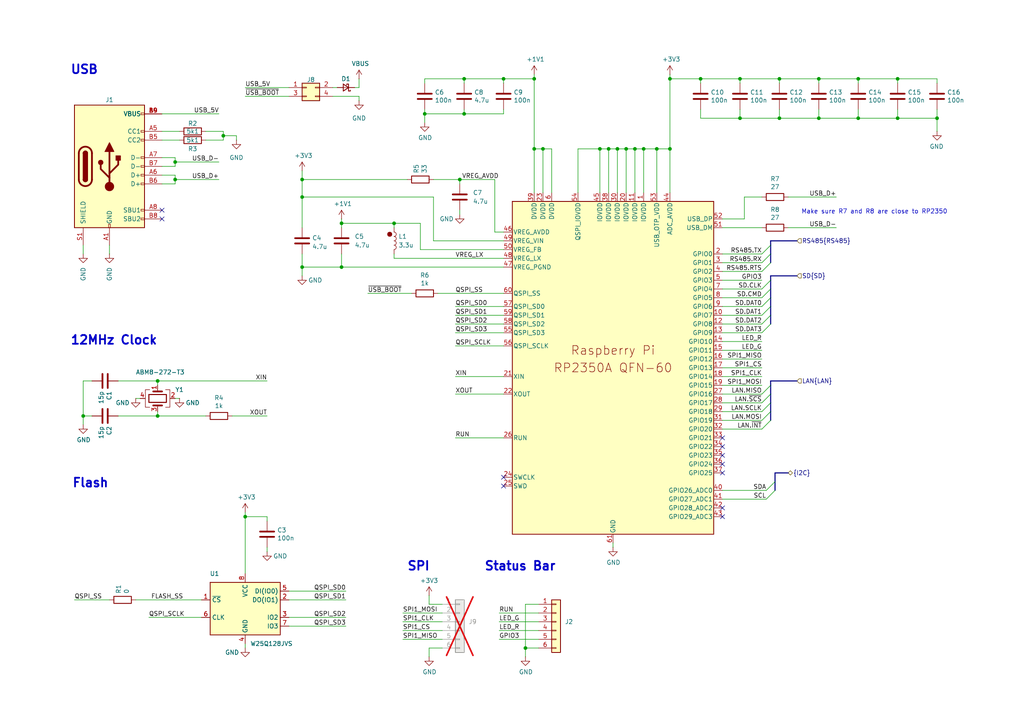
<source format=kicad_sch>
(kicad_sch (version 20250114) (generator "eeschema") (generator_version "9.0")
  (paper "A4")
  (title_block (title "AuraMon") (rev "v0.1"))
  (circle (center 113.03 67.945) (radius 0.635) (stroke (width 0) (color 132 0 0 1)) (fill (type color) (color 132 0 0 1)))
  (text "Status Bar" (at 150.876 164.338 0) (effects (font (size 2.54 2.54) (thickness 0.508) (bold yes))))
  (text "USB" (at 20.32 20.32 0) (effects (font (size 2.54 2.54) (thickness 0.508) (bold yes)) (justify left)))
  (text "Make sure R7 and R8 are close to RP2350\n" (at 232.41 62.23 0) (effects (font (size 1.27 1.27)) (justify left bottom)))
  (text "SPI" (at 121.412 164.338 0) (effects (font (size 2.54 2.54) (thickness 0.508) (bold yes))))
  (text "12MHz Clock" (at 20.32 98.806 0) (effects (font (size 2.54 2.54) (thickness 0.508) (bold yes)) (justify left)))
  (text "Flash\n" (at 20.828 140.208 0) (effects (font (size 2.54 2.54) (thickness 0.508) (bold yes)) (justify left)))
  (junction (at 134.62 22.86))
  (junction (at 181.61 43.18))
  (junction (at 203.2 22.86))
  (junction (at 152.4 187.96))
  (junction (at 50.8 46.99))
  (junction (at 226.06 22.86))
  (junction (at 134.62 33.02))
  (junction (at 114.3 64.77))
  (junction (at 87.63 57.15))
  (junction (at 248.92 22.86))
  (junction (at 71.12 149.86))
  (junction (at 237.49 34.29))
  (junction (at 186.69 43.18))
  (junction (at 45.72 120.65))
  (junction (at 64.77 39.37))
  (junction (at 248.92 34.29))
  (junction (at 173.99 43.18))
  (junction (at 179.07 43.18))
  (junction (at 133.35 52.07))
  (junction (at 45.72 110.49))
  (junction (at 99.06 77.47))
  (junction (at 176.53 43.18))
  (junction (at 123.19 33.02))
  (junction (at 214.63 34.29))
  (junction (at 50.8 52.07))
  (junction (at 184.15 43.18))
  (junction (at 237.49 22.86))
  (junction (at 260.35 22.86))
  (junction (at 271.78 34.29))
  (junction (at 87.63 77.47))
  (junction (at 87.63 52.07))
  (junction (at 154.94 43.18))
  (junction (at 154.94 22.86))
  (junction (at 194.31 43.18))
  (junction (at 214.63 22.86))
  (junction (at 194.31 22.86))
  (junction (at 146.05 22.86))
  (junction (at 260.35 34.29))
  (junction (at 226.06 34.29))
  (junction (at 157.48 43.18))
  (junction (at 99.06 64.77))
  (junction (at 24.13 120.65))
  (junction (at 190.5 43.18))
  (no_connect (at 209.55 132.08))
  (no_connect (at 209.55 149.86))
  (no_connect (at 209.55 137.16))
  (no_connect (at 209.55 147.32))
  (no_connect (at 46.99 63.5))
  (no_connect (at 209.55 134.62))
  (no_connect (at 146.05 140.97))
  (no_connect (at 209.55 127))
  (no_connect (at 146.05 138.43))
  (no_connect (at 209.55 129.54))
  (no_connect (at 46.99 60.96))
  (bus_entry (at 223.52 119.38) (size -2.54 2.54))
  (bus_entry (at 223.52 93.98) (size -2.54 2.54))
  (bus_entry (at 223.52 81.28) (size -2.54 2.54))
  (bus_entry (at 223.52 116.84) (size -2.54 2.54))
  (bus_entry (at 223.52 76.2) (size -2.54 2.54))
  (bus_entry (at 223.52 121.92) (size -2.54 2.54))
  (bus_entry (at 223.52 86.36) (size -2.54 2.54))
  (bus_entry (at 223.52 114.3) (size -2.54 2.54))
  (bus_entry (at 223.52 71.12) (size -2.54 2.54))
  (bus_entry (at 223.52 83.82) (size -2.54 2.54))
  (bus_entry (at 224.79 142.24) (size -2.54 2.54) (stroke (width 0.1524)))
  (bus_entry (at 223.52 91.44) (size -2.54 2.54))
  (bus_entry (at 223.52 73.66) (size -2.54 2.54))
  (bus_entry (at 223.52 111.76) (size -2.54 2.54))
  (bus_entry (at 223.52 88.9) (size -2.54 2.54))
  (bus_entry (at 224.79 139.7) (size -2.54 2.54) (stroke (width 0.1524)))
  (wire (pts (xy 99.06 77.47) (xy 146.05 77.47)))
  (wire (pts (xy 87.63 77.47) (xy 99.06 77.47)))
  (wire (pts (xy 83.82 25.4) (xy 71.12 25.4)))
  (wire (pts (xy 209.55 81.28) (xy 220.98 81.28)))
  (wire (pts (xy 209.55 66.04) (xy 220.98 66.04)))
  (wire (pts (xy 132.08 96.52) (xy 146.05 96.52)))
  (wire (pts (xy 173.99 43.18) (xy 176.53 43.18)))
  (wire (pts (xy 228.6 57.15) (xy 242.57 57.15)))
  (wire (pts (xy 156.21 185.42) (xy 144.78 185.42)))
  (wire (pts (xy 127 85.09) (xy 146.05 85.09)))
  (wire (pts (xy 220.98 124.46) (xy 209.55 124.46)))
  (wire (pts (xy 114.3 74.93) (xy 114.3 73.66)))
  (wire (pts (xy 156.21 182.88) (xy 144.78 182.88)))
  (wire (pts (xy 71.12 149.86) (xy 71.12 166.37)))
  (wire (pts (xy 176.53 43.18) (xy 179.07 43.18)))
  (wire (pts (xy 102.87 25.4) (xy 104.14 25.4)))
  (wire (pts (xy 124.46 187.96) (xy 124.46 190.5)))
  (wire (pts (xy 184.15 55.88) (xy 184.15 43.18)))
  (wire (pts (xy 157.48 43.18) (xy 154.94 43.18)))
  (wire (pts (xy 123.19 22.86) (xy 134.62 22.86)))
  (wire (pts (xy 99.06 63.5) (xy 99.06 64.77)))
  (wire (pts (xy 220.98 119.38) (xy 209.55 119.38)))
  (wire (pts (xy 50.8 48.26) (xy 50.8 46.99)))
  (wire (pts (xy 50.8 52.07) (xy 63.5 52.07)))
  (wire (pts (xy 184.15 43.18) (xy 186.69 43.18)))
  (wire (pts (xy 104.14 22.86) (xy 104.14 25.4)))
  (wire (pts (xy 203.2 22.86) (xy 214.63 22.86)))
  (wire (pts (xy 181.61 55.88) (xy 181.61 43.18)))
  (wire (pts (xy 271.78 24.13) (xy 271.78 22.86)))
  (wire (pts (xy 226.06 34.29) (xy 214.63 34.29)))
  (wire (pts (xy 24.13 120.65) (xy 24.13 123.19)))
  (wire (pts (xy 156.21 175.26) (xy 152.4 175.26)))
  (wire (pts (xy 114.3 74.93) (xy 146.05 74.93)))
  (wire (pts (xy 237.49 24.13) (xy 237.49 22.86)))
  (wire (pts (xy 59.69 40.64) (xy 64.77 40.64)))
  (wire (pts (xy 77.47 151.13) (xy 77.47 149.86)))
  (bus (pts (xy 223.52 88.9) (xy 223.52 91.44)))
  (wire (pts (xy 71.12 148.59) (xy 71.12 149.86)))
  (wire (pts (xy 132.08 109.22) (xy 146.05 109.22)))
  (wire (pts (xy 209.55 106.68) (xy 220.98 106.68)))
  (wire (pts (xy 214.63 22.86) (xy 226.06 22.86)))
  (wire (pts (xy 39.37 173.99) (xy 58.42 173.99)))
  (wire (pts (xy 24.13 110.49) (xy 24.13 120.65)))
  (wire (pts (xy 123.19 24.13) (xy 123.19 22.86)))
  (wire (pts (xy 146.05 72.39) (xy 121.92 72.39)))
  (wire (pts (xy 220.98 83.82) (xy 209.55 83.82)))
  (wire (pts (xy 99.06 66.04) (xy 99.06 64.77)))
  (wire (pts (xy 248.92 24.13) (xy 248.92 22.86)))
  (wire (pts (xy 190.5 55.88) (xy 190.5 43.18)))
  (wire (pts (xy 209.55 104.14) (xy 220.98 104.14)))
  (wire (pts (xy 220.98 88.9) (xy 209.55 88.9)))
  (wire (pts (xy 181.61 43.18) (xy 184.15 43.18)))
  (wire (pts (xy 26.67 110.49) (xy 24.13 110.49)))
  (wire (pts (xy 83.82 179.07) (xy 100.33 179.07)))
  (wire (pts (xy 209.55 142.24) (xy 222.25 142.24)))
  (wire (pts (xy 31.75 71.12) (xy 31.75 73.66)))
  (wire (pts (xy 179.07 55.88) (xy 179.07 43.18)))
  (wire (pts (xy 228.6 66.04) (xy 242.57 66.04)))
  (wire (pts (xy 226.06 22.86) (xy 237.49 22.86)))
  (wire (pts (xy 220.98 116.84) (xy 209.55 116.84)))
  (wire (pts (xy 46.99 53.34) (xy 50.8 53.34)))
  (wire (pts (xy 50.8 53.34) (xy 50.8 52.07)))
  (wire (pts (xy 220.98 96.52) (xy 209.55 96.52)))
  (wire (pts (xy 45.72 120.65) (xy 59.69 120.65)))
  (bus (pts (xy 223.52 114.3) (xy 223.52 116.84)))
  (wire (pts (xy 220.98 93.98) (xy 209.55 93.98)))
  (wire (pts (xy 128.27 185.42) (xy 116.84 185.42)))
  (wire (pts (xy 123.19 33.02) (xy 134.62 33.02)))
  (wire (pts (xy 220.98 114.3) (xy 209.55 114.3)))
  (wire (pts (xy 83.82 181.61) (xy 100.33 181.61)))
  (bus (pts (xy 228.6 137.16) (xy 224.79 137.16)))
  (wire (pts (xy 132.08 88.9) (xy 146.05 88.9)))
  (wire (pts (xy 209.55 144.78) (xy 222.25 144.78)))
  (wire (pts (xy 209.55 109.22) (xy 220.98 109.22)))
  (wire (pts (xy 134.62 33.02) (xy 146.05 33.02)))
  (wire (pts (xy 143.51 67.31) (xy 146.05 67.31)))
  (wire (pts (xy 248.92 34.29) (xy 237.49 34.29)))
  (wire (pts (xy 220.98 86.36) (xy 209.55 86.36)))
  (wire (pts (xy 146.05 22.86) (xy 154.94 22.86)))
  (wire (pts (xy 46.99 50.8) (xy 50.8 50.8)))
  (wire (pts (xy 146.05 100.33) (xy 132.08 100.33)))
  (wire (pts (xy 146.05 33.02) (xy 146.05 31.75)))
  (wire (pts (xy 190.5 43.18) (xy 194.31 43.18)))
  (wire (pts (xy 194.31 43.18) (xy 194.31 55.88)))
  (wire (pts (xy 220.98 76.2) (xy 209.55 76.2)))
  (wire (pts (xy 146.05 24.13) (xy 146.05 22.86)))
  (wire (pts (xy 177.8 157.48) (xy 177.8 158.75)))
  (wire (pts (xy 146.05 114.3) (xy 132.08 114.3)))
  (wire (pts (xy 96.52 27.94) (xy 104.14 27.94)))
  (wire (pts (xy 46.99 33.02) (xy 63.5 33.02)))
  (wire (pts (xy 154.94 21.59) (xy 154.94 22.86)))
  (wire (pts (xy 34.29 120.65) (xy 45.72 120.65)))
  (wire (pts (xy 26.67 120.65) (xy 24.13 120.65)))
  (wire (pts (xy 194.31 21.59) (xy 194.31 22.86)))
  (wire (pts (xy 64.77 39.37) (xy 68.58 39.37)))
  (wire (pts (xy 214.63 34.29) (xy 203.2 34.29)))
  (bus (pts (xy 223.52 71.12) (xy 223.52 73.66)))
  (wire (pts (xy 87.63 52.07) (xy 118.11 52.07)))
  (bus (pts (xy 223.52 110.49) (xy 231.14 110.49)))
  (wire (pts (xy 21.59 173.99) (xy 31.75 173.99)))
  (wire (pts (xy 83.82 171.45) (xy 100.33 171.45)))
  (wire (pts (xy 34.29 110.49) (xy 45.72 110.49)))
  (wire (pts (xy 43.18 179.07) (xy 58.42 179.07)))
  (bus (pts (xy 224.79 139.7) (xy 224.79 142.24)))
  (wire (pts (xy 121.92 72.39) (xy 121.92 64.77)))
  (wire (pts (xy 46.99 45.72) (xy 50.8 45.72)))
  (wire (pts (xy 167.64 43.18) (xy 173.99 43.18)))
  (wire (pts (xy 260.35 34.29) (xy 248.92 34.29)))
  (wire (pts (xy 260.35 24.13) (xy 260.35 22.86)))
  (wire (pts (xy 271.78 31.75) (xy 271.78 34.29)))
  (wire (pts (xy 248.92 31.75) (xy 248.92 34.29)))
  (wire (pts (xy 209.55 111.76) (xy 220.98 111.76)))
  (wire (pts (xy 39.37 115.57) (xy 40.64 115.57)))
  (wire (pts (xy 124.46 187.96) (xy 128.27 187.96)))
  (wire (pts (xy 179.07 43.18) (xy 181.61 43.18)))
  (wire (pts (xy 59.69 38.1) (xy 64.77 38.1)))
  (wire (pts (xy 248.92 22.86) (xy 260.35 22.86)))
  (wire (pts (xy 64.77 38.1) (xy 64.77 39.37)))
  (wire (pts (xy 143.51 52.07) (xy 143.51 67.31)))
  (wire (pts (xy 123.19 33.02) (xy 123.19 35.56)))
  (wire (pts (xy 116.84 177.8) (xy 128.27 177.8)))
  (wire (pts (xy 45.72 111.76) (xy 45.72 110.49)))
  (wire (pts (xy 121.92 64.77) (xy 114.3 64.77)))
  (wire (pts (xy 152.4 187.96) (xy 156.21 187.96)))
  (wire (pts (xy 128.27 182.88) (xy 116.84 182.88)))
  (wire (pts (xy 67.31 120.65) (xy 77.47 120.65)))
  (wire (pts (xy 186.69 43.18) (xy 186.69 55.88)))
  (wire (pts (xy 203.2 31.75) (xy 203.2 34.29)))
  (wire (pts (xy 24.13 71.12) (xy 24.13 73.66)))
  (wire (pts (xy 176.53 55.88) (xy 176.53 43.18)))
  (wire (pts (xy 209.55 99.06) (xy 220.98 99.06)))
  (bus (pts (xy 223.52 81.28) (xy 223.52 83.82)))
  (wire (pts (xy 226.06 24.13) (xy 226.06 22.86)))
  (wire (pts (xy 134.62 24.13) (xy 134.62 22.86)))
  (wire (pts (xy 152.4 175.26) (xy 152.4 187.96)))
  (wire (pts (xy 124.46 172.72) (xy 124.46 175.26)))
  (wire (pts (xy 154.94 22.86) (xy 154.94 43.18)))
  (wire (pts (xy 64.77 40.64) (xy 64.77 39.37)))
  (bus (pts (xy 223.52 116.84) (xy 223.52 119.38)))
  (wire (pts (xy 125.73 52.07) (xy 133.35 52.07)))
  (bus (pts (xy 223.52 119.38) (xy 223.52 121.92)))
  (wire (pts (xy 50.8 46.99) (xy 63.5 46.99)))
  (wire (pts (xy 119.38 85.09) (xy 106.68 85.09)))
  (wire (pts (xy 125.73 57.15) (xy 125.73 69.85)))
  (wire (pts (xy 124.46 175.26) (xy 128.27 175.26)))
  (wire (pts (xy 87.63 52.07) (xy 87.63 57.15)))
  (wire (pts (xy 83.82 27.94) (xy 71.12 27.94)))
  (wire (pts (xy 114.3 64.77) (xy 114.3 66.04)))
  (wire (pts (xy 132.08 93.98) (xy 146.05 93.98)))
  (wire (pts (xy 50.8 45.72) (xy 50.8 46.99)))
  (wire (pts (xy 260.35 22.86) (xy 271.78 22.86)))
  (wire (pts (xy 156.21 180.34) (xy 144.78 180.34)))
  (wire (pts (xy 99.06 64.77) (xy 114.3 64.77)))
  (wire (pts (xy 154.94 43.18) (xy 154.94 55.88)))
  (wire (pts (xy 237.49 34.29) (xy 226.06 34.29)))
  (wire (pts (xy 104.14 29.21) (xy 104.14 27.94)))
  (wire (pts (xy 220.98 73.66) (xy 209.55 73.66)))
  (wire (pts (xy 46.99 38.1) (xy 52.07 38.1)))
  (wire (pts (xy 46.99 40.64) (xy 52.07 40.64)))
  (bus (pts (xy 223.52 69.85) (xy 231.14 69.85)))
  (wire (pts (xy 45.72 110.49) (xy 77.47 110.49)))
  (wire (pts (xy 157.48 55.88) (xy 157.48 43.18)))
  (wire (pts (xy 186.69 43.18) (xy 190.5 43.18)))
  (wire (pts (xy 87.63 49.53) (xy 87.63 52.07)))
  (wire (pts (xy 133.35 52.07) (xy 143.51 52.07)))
  (wire (pts (xy 220.98 121.92) (xy 209.55 121.92)))
  (wire (pts (xy 203.2 24.13) (xy 203.2 22.86)))
  (wire (pts (xy 215.9 57.15) (xy 220.98 57.15)))
  (wire (pts (xy 50.8 50.8) (xy 50.8 52.07)))
  (wire (pts (xy 77.47 149.86) (xy 71.12 149.86)))
  (wire (pts (xy 99.06 73.66) (xy 99.06 77.47)))
  (bus (pts (xy 223.52 86.36) (xy 223.52 88.9)))
  (wire (pts (xy 209.55 101.6) (xy 220.98 101.6)))
  (wire (pts (xy 77.47 158.75) (xy 77.47 160.02)))
  (bus (pts (xy 223.52 110.49) (xy 223.52 111.76)))
  (wire (pts (xy 45.72 119.38) (xy 45.72 120.65)))
  (wire (pts (xy 68.58 40.64) (xy 68.58 39.37)))
  (wire (pts (xy 209.55 63.5) (xy 215.9 63.5)))
  (wire (pts (xy 215.9 57.15) (xy 215.9 63.5)))
  (wire (pts (xy 152.4 190.5) (xy 152.4 187.96)))
  (bus (pts (xy 223.52 83.82) (xy 223.52 86.36)))
  (bus (pts (xy 224.79 137.16) (xy 224.79 139.7)))
  (wire (pts (xy 71.12 186.69) (xy 71.12 187.96)))
  (wire (pts (xy 125.73 69.85) (xy 146.05 69.85)))
  (wire (pts (xy 87.63 73.66) (xy 87.63 77.47)))
  (bus (pts (xy 223.52 69.85) (xy 223.52 71.12)))
  (wire (pts (xy 132.08 91.44) (xy 146.05 91.44)))
  (wire (pts (xy 173.99 55.88) (xy 173.99 43.18)))
  (wire (pts (xy 194.31 22.86) (xy 203.2 22.86)))
  (wire (pts (xy 87.63 57.15) (xy 87.63 66.04)))
  (wire (pts (xy 271.78 34.29) (xy 271.78 38.1)))
  (wire (pts (xy 146.05 127) (xy 132.08 127)))
  (wire (pts (xy 144.78 177.8) (xy 156.21 177.8)))
  (wire (pts (xy 50.8 115.57) (xy 52.07 115.57)))
  (wire (pts (xy 260.35 31.75) (xy 260.35 34.29)))
  (wire (pts (xy 237.49 22.86) (xy 248.92 22.86)))
  (wire (pts (xy 134.62 31.75) (xy 134.62 33.02)))
  (wire (pts (xy 87.63 57.15) (xy 125.73 57.15)))
  (wire (pts (xy 214.63 24.13) (xy 214.63 22.86)))
  (wire (pts (xy 46.99 48.26) (xy 50.8 48.26)))
  (wire (pts (xy 83.82 173.99) (xy 100.33 173.99)))
  (wire (pts (xy 128.27 180.34) (xy 116.84 180.34)))
  (wire (pts (xy 226.06 31.75) (xy 226.06 34.29)))
  (wire (pts (xy 260.35 34.29) (xy 271.78 34.29)))
  (wire (pts (xy 167.64 55.88) (xy 167.64 43.18)))
  (wire (pts (xy 133.35 52.07) (xy 133.35 53.34)))
  (bus (pts (xy 223.52 111.76) (xy 223.52 114.3)))
  (bus (pts (xy 223.52 80.01) (xy 231.14 80.01)))
  (wire (pts (xy 133.35 62.23) (xy 133.35 60.96)))
  (wire (pts (xy 214.63 31.75) (xy 214.63 34.29)))
  (wire (pts (xy 87.63 77.47) (xy 87.63 80.01)))
  (wire (pts (xy 123.19 31.75) (xy 123.19 33.02)))
  (bus (pts (xy 223.52 91.44) (xy 223.52 93.98)))
  (bus (pts (xy 223.52 80.01) (xy 223.52 81.28)))
  (wire (pts (xy 209.55 78.74) (xy 220.98 78.74)))
  (wire (pts (xy 237.49 31.75) (xy 237.49 34.29)))
  (wire (pts (xy 194.31 22.86) (xy 194.31 43.18)))
  (wire (pts (xy 157.48 43.18) (xy 160.02 43.18)))
  (wire (pts (xy 96.52 25.4) (xy 97.79 25.4)))
  (bus (pts (xy 223.52 73.66) (xy 223.52 76.2)))
  (wire (pts (xy 220.98 91.44) (xy 209.55 91.44)))
  (wire (pts (xy 134.62 22.86) (xy 146.05 22.86)))
  (wire (pts (xy 160.02 43.18) (xy 160.02 55.88)))
  (label "USB_D+" (at 242.57 57.15 180))
  (label "SD.CLK" (at 220.98 83.82 180))
  (label "SDA" (at 222.25 142.24 180))
  (label "LED_G" (at 220.98 101.6 180))
  (label "QSPI_SD1" (at 100.33 173.99 180))
  (label "USB_5V" (at 63.5 33.02 180))
  (label "SPI1_MISO" (at 116.84 185.42 0))
  (label "QSPI_SS" (at 132.08 85.09 0))
  (label "SPI1_CLK" (at 116.84 180.34 0))
  (label "USB_D-" (at 242.57 66.04 180))
  (label "LED_G" (at 144.78 180.34 0))
  (label "RS485.RX" (at 220.98 76.2 180))
  (label "FLASH_SS" (at 43.815 173.99 0))
  (label "QSPI_SD3" (at 100.33 181.61 180))
  (label "LAN.MOSI" (at 220.98 121.92 180))
  (label "SD.DAT2" (at 220.98 93.98 180))
  (label "SPI1_CS" (at 116.84 182.88 0))
  (label "QSPI_SD0" (at 132.08 88.9 0))
  (label "GPIO3" (at 144.78 185.42 0))
  (label "SPI1_MOSI" (at 220.98 111.76 180))
  (label "QSPI_SD1" (at 132.08 91.44 0))
  (label "RS485.RTS" (at 220.98 78.74 180))
  (label "SPI1_MOSI" (at 116.84 177.8 0))
  (label "QSPI_SCLK" (at 132.08 100.33 0))
  (label "USB_D+" (at 63.5 52.07 180))
  (label "SD.DAT3" (at 220.98 96.52 180))
  (label "SD.CMD" (at 220.98 86.36 180))
  (label "XOUT" (at 132.08 114.3 0))
  (label "~{USB_BOOT}" (at 106.68 85.09 0))
  (label "GPIO3" (at 220.98 81.28 180))
  (label "VREG_LX" (at 132.08 74.93 0))
  (label "LAN.~{SCS}" (at 220.98 116.84 180))
  (label "SPI1_MISO" (at 220.98 104.14 180))
  (label "QSPI_SD2" (at 100.33 179.07 180))
  (label "SD.DAT1" (at 220.98 91.44 180))
  (label "SCL" (at 222.25 144.78 180))
  (label "VREG_AVDD" (at 133.985 52.07 0))
  (label "RS485.TX" (at 220.98 73.66 180))
  (label "USB_D-" (at 63.5 46.99 180))
  (label "~{USB_BOOT}" (at 71.12 27.94 0))
  (label "LAN.SCLK" (at 220.98 119.38 180))
  (label "XIN" (at 77.47 110.49 180))
  (label "LED_R" (at 144.78 182.88 0))
  (label "LED_R" (at 220.98 99.06 180))
  (label "RUN" (at 144.78 177.8 0))
  (label "QSPI_SD0" (at 100.33 171.45 180))
  (label "SPI1_CS" (at 220.98 106.68 180))
  (label "QSPI_SCLK" (at 43.18 179.07 0))
  (label "QSPI_SD2" (at 132.08 93.98 0))
  (label "SD.DAT0" (at 220.98 88.9 180))
  (label "LAN.~{INT}" (at 220.98 124.46 180))
  (label "SPI1_CLK" (at 220.98 109.22 180))
  (label "USB_5V" (at 71.12 25.4 0))
  (label "LAN.MISO" (at 220.98 114.3 180))
  (label "RUN" (at 132.08 127 0))
  (label "XOUT" (at 77.47 120.65 180))
  (label "QSPI_SS" (at 21.59 173.99 0))
  (label "XIN" (at 132.08 109.22 0))
  (label "QSPI_SD3" (at 132.08 96.52 0))
  (hierarchical_label "LAN{LAN}" (shape input) (at 231.14 110.49 0))
  (hierarchical_label "{I2C}" (shape bidirectional) (at 228.6 137.16 0))
  (hierarchical_label "SD{SD}" (shape input) (at 231.14 80.01 0))
  (hierarchical_label "RS485{RS485}" (shape input) (at 231.14 69.85 0))
  (symbol (lib_id "AuraMon:W25Q128JVS") (at 71.12 176.53 0) (unit 1)
    (property "Reference" "U1" (at 62.23 166.37 0))
    (property "Value" "W25Q128JVS" (at 78.74 186.69 0))
    (property "Footprint" "AuraMon:SOIC-8_5.23x5.23mm_P1.27mm" (effects (hide yes)))
    (property "Datasheet" "http://www.winbond.com/resource-files/w25q128jv_dtr%20revc%2003272018%20plus.pdf" (effects (hide yes)))
    (property "Description" "-40℃~+85℃ 100,000 Cycles 120ms@(32KB) 128Mbit 133MHz 1uA 2.7V~3.6V 20 Years 3ms SPI SOIC-8-208mil NOR FLASH ROHS" (effects (hide yes)))
    (property "MPN" "W25Q128JVSIQ" (effects (hide yes)))
    (property "Manufacturer" "Winbond Elec" (effects (hide yes)))
    (property "JLCPCB Part #" "C97521" (effects (hide yes)))
  )
  (symbol (lib_id "power:GND") (at 71.12 187.96 0) (unit 1)
    (property "Reference" "#PWR09" (effects (hide yes)))
    (property "Value" "GND" (at 67.31 189.23 0))
  )
  (symbol (lib_id "Device:C") (at 77.47 154.94 0) (unit 1)
    (property "Reference" "C3" (at 80.391 153.7716 0) (effects (justify left)))
    (property "Value" "100n" (at 80.391 156.083 0) (effects (justify left)))
    (property "Footprint" "AuraMon:C_0402_1005Metric" (effects (hide yes)))
    (property "Datasheet" "https://www.lcsc.com/datasheet/lcsc_datasheet_2304140030_Samsung-Electro-Mechanics-CL05B104KO5NNNC_C1525.pdf" (effects (hide yes)))
    (property "Description" "16V 100nF X7R ±10% 0402 Multilayer Ceramic Capacitors MLCC - SMD/SMT ROHS" (effects (hide yes)))
    (property "MPN" "CL05B104KO5NNNC" (effects (hide yes)))
    (property "JLCPCB Part #" "C1525" (effects (hide yes)))
    (property "Manufacturer" "Samsung Electro-Mechanics" (effects (hide yes)))
  )
  (symbol (lib_id "power:GND") (at 77.47 160.02 0) (unit 1)
    (property "Reference" "#PWR010" (effects (hide yes)))
    (property "Value" "GND" (at 81.28 161.29 0))
  )
  (symbol (lib_id "power:GND") (at 177.8 158.75 0) (unit 1)
    (property "Reference" "#PWR019" (effects (hide yes)))
    (property "Value" "GND" (at 177.927 163.1442 0))
  )
  (symbol (lib_id "Device:R") (at 224.79 57.15 270) (unit 1)
    (property "Reference" "R7" (at 224.79 51.8922 90))
    (property "Value" "27" (at 224.79 54.2036 90))
    (property "Footprint" "Resistor_SMD:R_0402_1005Metric" (effects (hide yes)))
    (property "Datasheet" "https://jlcpcb.com/api/file/downloadByFileSystemAccessId/8588899757724995584" (effects (hide yes)))
    (property "Description" "-55℃~+155℃ 27Ω 50V 62.5mW Thick Film Resistor ±1% ±100ppm/℃ 0402 Chip Resistor - Surface Mount ROHS" (effects (hide yes)))
    (property "MPN" "RC0402FR-0727RL" (effects (hide yes)))
    (property "Manufacturer" "YAGEO" (effects (hide yes)))
    (property "JLCPCB Part #" "C138021" (effects (hide yes)))
  )
  (symbol (lib_id "Device:R") (at 224.79 66.04 270) (unit 1)
    (property "Reference" "R8" (at 224.79 60.7822 90))
    (property "Value" "27" (at 224.79 63.0936 90))
    (property "Footprint" "Resistor_SMD:R_0402_1005Metric" (effects (hide yes)))
    (property "Datasheet" "https://jlcpcb.com/api/file/downloadByFileSystemAccessId/8588899757724995584" (effects (hide yes)))
    (property "Description" "-55℃~+155℃ 27Ω 50V 62.5mW Thick Film Resistor ±1% ±100ppm/℃ 0402 Chip Resistor - Surface Mount ROHS" (effects (hide yes)))
    (property "MPN" "RC0402FR-0727RL" (effects (hide yes)))
    (property "Manufacturer" "YAGEO" (effects (hide yes)))
    (property "JLCPCB Part #" "C138021" (effects (hide yes)))
  )
  (symbol (lib_id "power:+3V3") (at 194.31 21.59 0) (unit 1)
    (property "Reference" "#PWR020" (effects (hide yes)))
    (property "Value" "+3V3" (at 194.691 17.1958 0))
  )
  (symbol (lib_id "Device:C") (at 203.2 27.94 0) (unit 1)
    (property "Reference" "C10" (at 206.121 26.7716 0) (effects (justify left)))
    (property "Value" "100n" (at 206.121 29.083 0) (effects (justify left)))
    (property "Footprint" "AuraMon:C_0402_1005Metric" (effects (hide yes)))
    (property "Datasheet" "https://www.lcsc.com/datasheet/lcsc_datasheet_2304140030_Samsung-Electro-Mechanics-CL05B104KO5NNNC_C1525.pdf" (effects (hide yes)))
    (property "Description" "16V 100nF X7R ±10% 0402 Multilayer Ceramic Capacitors MLCC - SMD/SMT ROHS" (effects (hide yes)))
    (property "MPN" "CL05B104KO5NNNC" (effects (hide yes)))
    (property "JLCPCB Part #" "C1525" (effects (hide yes)))
    (property "Manufacturer" "Samsung Electro-Mechanics" (effects (hide yes)))
  )
  (symbol (lib_id "Device:C") (at 214.63 27.94 0) (unit 1)
    (property "Reference" "C11" (at 217.551 26.7716 0) (effects (justify left)))
    (property "Value" "100n" (at 217.551 29.083 0) (effects (justify left)))
    (property "Footprint" "AuraMon:C_0402_1005Metric" (effects (hide yes)))
    (property "Datasheet" "https://www.lcsc.com/datasheet/lcsc_datasheet_2304140030_Samsung-Electro-Mechanics-CL05B104KO5NNNC_C1525.pdf" (effects (hide yes)))
    (property "Description" "16V 100nF X7R ±10% 0402 Multilayer Ceramic Capacitors MLCC - SMD/SMT ROHS" (effects (hide yes)))
    (property "MPN" "CL05B104KO5NNNC" (effects (hide yes)))
    (property "JLCPCB Part #" "C1525" (effects (hide yes)))
    (property "Manufacturer" "Samsung Electro-Mechanics" (effects (hide yes)))
  )
  (symbol (lib_id "Device:C") (at 226.06 27.94 0) (unit 1)
    (property "Reference" "C12" (at 228.981 26.7716 0) (effects (justify left)))
    (property "Value" "100n" (at 228.981 29.083 0) (effects (justify left)))
    (property "Footprint" "AuraMon:C_0402_1005Metric" (effects (hide yes)))
    (property "Datasheet" "https://www.lcsc.com/datasheet/lcsc_datasheet_2304140030_Samsung-Electro-Mechanics-CL05B104KO5NNNC_C1525.pdf" (effects (hide yes)))
    (property "Description" "16V 100nF X7R ±10% 0402 Multilayer Ceramic Capacitors MLCC - SMD/SMT ROHS" (effects (hide yes)))
    (property "MPN" "CL05B104KO5NNNC" (effects (hide yes)))
    (property "JLCPCB Part #" "C1525" (effects (hide yes)))
    (property "Manufacturer" "Samsung Electro-Mechanics" (effects (hide yes)))
  )
  (symbol (lib_id "Device:C") (at 237.49 27.94 0) (unit 1)
    (property "Reference" "C13" (at 240.411 26.7716 0) (effects (justify left)))
    (property "Value" "100n" (at 240.411 29.083 0) (effects (justify left)))
    (property "Footprint" "AuraMon:C_0402_1005Metric" (effects (hide yes)))
    (property "Datasheet" "https://www.lcsc.com/datasheet/lcsc_datasheet_2304140030_Samsung-Electro-Mechanics-CL05B104KO5NNNC_C1525.pdf" (effects (hide yes)))
    (property "Description" "16V 100nF X7R ±10% 0402 Multilayer Ceramic Capacitors MLCC - SMD/SMT ROHS" (effects (hide yes)))
    (property "MPN" "CL05B104KO5NNNC" (effects (hide yes)))
    (property "JLCPCB Part #" "C1525" (effects (hide yes)))
    (property "Manufacturer" "Samsung Electro-Mechanics" (effects (hide yes)))
  )
  (symbol (lib_id "Device:C") (at 248.92 27.94 0) (unit 1)
    (property "Reference" "C14" (at 251.841 26.7716 0) (effects (justify left)))
    (property "Value" "100n" (at 251.841 29.083 0) (effects (justify left)))
    (property "Footprint" "AuraMon:C_0402_1005Metric" (effects (hide yes)))
    (property "Datasheet" "https://www.lcsc.com/datasheet/lcsc_datasheet_2304140030_Samsung-Electro-Mechanics-CL05B104KO5NNNC_C1525.pdf" (effects (hide yes)))
    (property "Description" "16V 100nF X7R ±10% 0402 Multilayer Ceramic Capacitors MLCC - SMD/SMT ROHS" (effects (hide yes)))
    (property "MPN" "CL05B104KO5NNNC" (effects (hide yes)))
    (property "JLCPCB Part #" "C1525" (effects (hide yes)))
    (property "Manufacturer" "Samsung Electro-Mechanics" (effects (hide yes)))
  )
  (symbol (lib_id "Device:C") (at 260.35 27.94 0) (unit 1)
    (property "Reference" "C15" (at 263.271 26.7716 0) (effects (justify left)))
    (property "Value" "100n" (at 263.271 29.083 0) (effects (justify left)))
    (property "Footprint" "AuraMon:C_0402_1005Metric" (effects (hide yes)))
    (property "Datasheet" "https://www.lcsc.com/datasheet/lcsc_datasheet_2304140030_Samsung-Electro-Mechanics-CL05B104KO5NNNC_C1525.pdf" (effects (hide yes)))
    (property "Description" "16V 100nF X7R ±10% 0402 Multilayer Ceramic Capacitors MLCC - SMD/SMT ROHS" (effects (hide yes)))
    (property "MPN" "CL05B104KO5NNNC" (effects (hide yes)))
    (property "JLCPCB Part #" "C1525" (effects (hide yes)))
    (property "Manufacturer" "Samsung Electro-Mechanics" (effects (hide yes)))
  )
  (symbol (lib_id "power:+3V3") (at 87.63 49.53 0) (unit 1)
    (property "Reference" "#PWR011" (effects (hide yes)))
    (property "Value" "+3V3" (at 88.011 45.1358 0))
  )
  (symbol (lib_id "Device:C") (at 146.05 27.94 0) (unit 1)
    (property "Reference" "C9" (at 148.971 26.7716 0) (effects (justify left)))
    (property "Value" "100n" (at 148.971 29.083 0) (effects (justify left)))
    (property "Footprint" "AuraMon:C_0402_1005Metric" (effects (hide yes)))
    (property "Datasheet" "https://www.lcsc.com/datasheet/lcsc_datasheet_2304140030_Samsung-Electro-Mechanics-CL05B104KO5NNNC_C1525.pdf" (effects (hide yes)))
    (property "Description" "16V 100nF X7R ±10% 0402 Multilayer Ceramic Capacitors MLCC - SMD/SMT ROHS" (effects (hide yes)))
    (property "MPN" "CL05B104KO5NNNC" (effects (hide yes)))
    (property "JLCPCB Part #" "C1525" (effects (hide yes)))
    (property "Manufacturer" "Samsung Electro-Mechanics" (effects (hide yes)))
  )
  (symbol (lib_id "Connector:USB_C_Receptacle_USB2.0_16P") (at 31.75 48.26 0) (unit 1)
    (property "Reference" "J1" (at 31.75 28.956 0))
    (property "Value" "USB_C_Receptacle_USB2.0_16P" (effects (hide yes)))
    (property "Footprint" "AuraMon:USB-C-SMD_TYPEC-305-ACP16H458" (effects (hide yes)))
    (property "Datasheet" "https://jlcpcb.com/api/file/downloadByFileSystemAccessId/8590904324467863552" (effects (hide yes)))
    (property "Description" "-55℃~+85℃ 1 16P 5A Female Side View Mount Type-C USB 3.1 SMD USB Connectors ROHS" (effects (hide yes)))
    (property "MPN" "TYPEC-305-ACP16H458" (effects (hide yes)))
    (property "Manufacturer" "XUNPU" (effects (hide yes)))
    (property "JLCPCB Part #" "C5454943" (effects (hide yes)))
  )
  (symbol (lib_id "power:GND") (at 133.35 62.23 0) (unit 1)
    (property "Reference" "#PWR016" (effects (hide yes)))
    (property "Value" "GND" (at 129.54 63.5 0))
  )
  (symbol (lib_id "Device:C") (at 271.78 27.94 0) (unit 1)
    (property "Reference" "C16" (at 274.701 26.7716 0) (effects (justify left)))
    (property "Value" "100n" (at 274.701 29.083 0) (effects (justify left)))
    (property "Footprint" "AuraMon:C_0402_1005Metric" (effects (hide yes)))
    (property "Datasheet" "https://www.lcsc.com/datasheet/lcsc_datasheet_2304140030_Samsung-Electro-Mechanics-CL05B104KO5NNNC_C1525.pdf" (effects (hide yes)))
    (property "Description" "16V 100nF X7R ±10% 0402 Multilayer Ceramic Capacitors MLCC - SMD/SMT ROHS" (effects (hide yes)))
    (property "MPN" "CL05B104KO5NNNC" (effects (hide yes)))
    (property "JLCPCB Part #" "C1525" (effects (hide yes)))
    (property "Manufacturer" "Samsung Electro-Mechanics" (effects (hide yes)))
  )
  (symbol (lib_id "power:VBUS") (at 104.14 22.86 0) (unit 1)
    (property "Reference" "#PWR06" (effects (hide yes)))
    (property "Value" "VBUS" (at 104.521 18.4658 0))
  )
  (symbol (lib_id "Device:D_Schottky_Small") (at 100.33 25.4 180) (unit 1)
    (property "Reference" "D1" (at 100.33 22.86 0))
    (property "Value" "D_Schottky_Small" (effects (hide yes)))
    (property "Footprint" "Diode_SMD:D_SOD-323" (effects (hide yes)))
    (property "Datasheet" "https://jlcpcb.com/api/file/downloadByFileSystemAccessId/8586186112896782336" (effects (hide yes)))
    (property "Description" "30V 550mV@1A 1A SOD-323 Schottky Diodes ROHS" (effects (hide yes)))
    (property "Manufacturer" "Diodes Incorporated" (effects (hide yes)))
    (property "MPN" "BAT760-7" (effects (hide yes)))
    (property "JLCPCB Part #" "C124187" (effects (hide yes)))
  )
  (symbol (lib_id "power:GND") (at 24.13 123.19 0) (unit 1)
    (property "Reference" "#PWR02" (effects (hide yes)))
    (property "Value" "GND" (at 24.257 127.5842 0))
  )
  (symbol (lib_id "power:GND") (at 124.46 190.5 0) (unit 1)
    (property "Reference" "#PWR061" (effects (hide yes)))
    (property "Value" "GND" (at 124.587 194.8942 0))
  )
  (symbol (lib_id "Device:R") (at 123.19 85.09 270) (unit 1)
    (property "Reference" "R6" (at 123.19 79.8322 90))
    (property "Value" "1k" (at 123.19 82.1436 90))
    (property "Footprint" "Resistor_SMD:R_0402_1005Metric" (effects (hide yes)))
    (property "Datasheet" "https://jlcpcb.com/api/file/downloadByFileSystemAccessId/8588898674722553856" (effects (hide yes)))
    (property "Description" "-55℃~+155℃ 1kΩ 50V 62.5mW Thick Film Resistor ±1% ±100ppm/℃ 0402 Chip Resistor - Surface Mount ROHS" (effects (hide yes)))
    (property "MPN" "RC0402FR-071KL" (effects (hide yes)))
    (property "Manufacturer" "YAGEO" (effects (hide yes)))
    (property "JLCPCB Part #" "C106235" (effects (hide yes)))
  )
  (symbol (lib_id "power:+3V3") (at 71.12 148.59 0) (unit 1)
    (property "Reference" "#PWR08" (effects (hide yes)))
    (property "Value" "+3V3" (at 71.501 144.1958 0))
  )
  (symbol (lib_id "Connector_Generic:Conn_02x02_Odd_Even") (at 88.9 25.4 0) (unit 1)
    (property "Reference" "J8" (at 90.17 23.114 0))
    (property "Value" "Conn_02x02_Odd_Even" (effects (hide yes)))
    (property "Footprint" "Connector_PinHeader_1.27mm:PinHeader_2x02_P1.27mm_Vertical" (effects (hide yes)))
    (property "Datasheet" "https://jlcpcb.com/api/file/downloadByFileSystemAccessId/8590208216169672704" (effects (hide yes)))
    (property "Description" "1.27mm 1.27mm 1A 1mm 2 2.3mm 2x2P 3mm 4P Pin Header Through Hole Plugin,P=1.27mm Pin Headers ROHS" (effects (hide yes)))
    (property "MPN" "DW127R-22-04-23" (effects (hide yes)))
    (property "Manufacturer" "DEALON" (effects (hide yes)))
    (property "JLCPCB Part #" "C2935950" (effects (hide yes)))
  )
  (symbol (lib_id "Device:R") (at 121.92 52.07 90) (unit 1)
    (property "Reference" "R5" (at 120.7516 50.292 0) (effects (justify left)))
    (property "Value" "33" (at 123.063 50.292 0) (effects (justify left)))
    (property "Footprint" "Resistor_SMD:R_0402_1005Metric" (effects (hide yes)))
    (property "Datasheet" "https://jlcpcb.com/api/file/downloadByFileSystemAccessId/8588899754156048385" (effects (hide yes)))
    (property "Description" "-55℃~+155℃ 33Ω 50V 62.5mW Thick Film Resistor ±1% ±100ppm/℃ 0402 Chip Resistor - Surface Mount ROHS" (effects (hide yes)))
    (property "MPN" "RC0402FR-0733RL" (effects (hide yes)))
    (property "Manufacturer" "YAGEO" (effects (hide yes)))
    (property "JLCPCB Part #" "C138002" (effects (hide yes)))
  )
  (symbol (lib_id "Device:C") (at 87.63 69.85 0) (unit 1)
    (property "Reference" "C4" (at 90.551 69.0153 0) (effects (justify left)))
    (property "Value" "4.7u" (at 90.551 71.5522 0) (effects (justify left)))
    (property "Footprint" "AuraMon:C_0402_1005Metric_small_pads" (effects (hide yes)))
    (property "Datasheet" "https://jlcpcb.com/api/file/downloadByFileSystemAccessId/8588941126014918656" (effects (hide yes)))
    (property "Description" "16V 4.7uF X5R ±20% 0402 Multilayer Ceramic Capacitors MLCC - SMD/SMT ROHS" (effects (hide yes)))
    (property "MPN" "CL05A475MO5NUNC" (effects (hide yes)))
    (property "JLCPCB Part #" "C318563" (effects (hide yes)))
    (property "Manufacturer" "Samsung Electro-Mechanics" (effects (hide yes)))
  )
  (symbol (lib_id "power:GND") (at 52.07 115.57 0) (unit 1)
    (property "Reference" "#PWR05" (effects (hide yes)))
    (property "Value" "GND" (at 55.88 116.84 0))
  )
  (symbol (lib_id "power:GND") (at 123.19 35.56 0) (unit 1)
    (property "Reference" "#PWR015" (effects (hide yes)))
    (property "Value" "GND" (at 123.317 39.9542 0))
  )
  (symbol (lib_id "Connector_Generic:Conn_01x06") (at 133.35 180.34 0) (unit 1) (in_bom no) (dnp yes)
    (property "Reference" "J9" (at 135.89 180.3399 0) (effects (justify left)))
    (property "Value" "Conn_01x06" (effects (hide yes)))
    (property "Footprint" "Connector_JST:JST_SUR_BM06B-SURS-TF_1x06-1MP_P0.80mm_Vertical" (effects (hide yes)))
  )
  (symbol (lib_id "Device:C") (at 30.48 120.65 270) (unit 1)
    (property "Reference" "C2" (at 31.6484 123.571 0) (effects (justify left)))
    (property "Value" "15p" (at 29.337 123.571 0) (effects (justify left)))
    (property "Footprint" "AuraMon:C_0402_1005Metric" (effects (hide yes)))
    (property "Datasheet" "https://jlcpcb.com/api/file/downloadByFileSystemAccessId/8588885051756974080" (effects (hide yes)))
    (property "Description" "15pF 50V C0G ±5% 0402 Multilayer Ceramic Capacitors MLCC - SMD/SMT ROHS" (effects (hide yes)))
    (property "MPN" "CL05C150JB5NNNC" (effects (hide yes)))
    (property "JLCPCB Part #" "C86285" (effects (hide yes)))
    (property "Manufacturer" "Samsung Electro-Mechanics" (effects (hide yes)))
  )
  (symbol (lib_id "Device:C") (at 99.06 69.85 0) (unit 1)
    (property "Reference" "C5" (at 102.87 68.58 0) (effects (justify left)))
    (property "Value" "4.7u" (at 102.87 71.12 0) (effects (justify left)))
    (property "Footprint" "AuraMon:C_0402_1005Metric_small_pads" (effects (hide yes)))
    (property "Datasheet" "https://jlcpcb.com/api/file/downloadByFileSystemAccessId/8588941126014918656" (effects (hide yes)))
    (property "Description" "16V 4.7uF X5R ±20% 0402 Multilayer Ceramic Capacitors MLCC - SMD/SMT ROHS" (effects (hide yes)))
    (property "MPN" "CL05A475MO5NUNC" (effects (hide yes)))
    (property "JLCPCB Part #" "C318563" (effects (hide yes)))
    (property "Manufacturer" "Samsung Electro-Mechanics" (effects (hide yes)))
  )
  (symbol (lib_id "AuraMon:RP2350A") (at 177.8 104.14 0) (unit 1)
    (property "Reference" "U2" (effects (hide yes)))
    (property "Value" "RP2350A" (effects (hide yes)))
    (property "Footprint" "AuraMon:QFN-60_7X7_RPI" (effects (hide yes)))
    (property "Datasheet" "https://datasheets.raspberrypi.com/rp2350/rp2350-datasheet.pdf" (effects (hide yes)))
    (property "Description" "QFN-60-EP(7x7) Microcontrollers (MCU/MPU/SOC) ROHS" (effects (hide yes)))
    (property "MPN" "RP2350A" (effects (hide yes)))
    (property "Manufacturer" " Raspberry Pi" (effects (hide yes)))
    (property "JLCPCB Part #" "C42411118" (effects (hide yes)))
  )
  (symbol (lib_id "Device:C") (at 133.35 57.15 0) (unit 1)
    (property "Reference" "C7" (at 137.16 55.88 0) (effects (justify left)))
    (property "Value" "4.7u" (at 137.16 58.42 0) (effects (justify left)))
    (property "Footprint" "AuraMon:C_0402_1005Metric" (effects (hide yes)))
    (property "Datasheet" "https://jlcpcb.com/api/file/downloadByFileSystemAccessId/8588941126014918656" (effects (hide yes)))
    (property "Description" "16V 4.7uF X5R ±20% 0402 Multilayer Ceramic Capacitors MLCC - SMD/SMT ROHS" (effects (hide yes)))
    (property "MPN" "CL05A475MO5NUNC" (effects (hide yes)))
    (property "JLCPCB Part #" "C318563" (effects (hide yes)))
    (property "Manufacturer" "Samsung Electro-Mechanics" (effects (hide yes)))
  )
  (symbol (lib_id "power:GND") (at 104.14 29.21 0) (unit 1)
    (property "Reference" "#PWR056" (effects (hide yes)))
    (property "Value" "GND" (at 104.14 34.29 0))
    (property "Description" "Power symbol creates a global label with name \"GND\" , ground" (effects (hide yes)))
  )
  (symbol (lib_id "power:+1V1") (at 154.94 21.59 0) (unit 1)
    (property "Reference" "#PWR018" (effects (hide yes)))
    (property "Value" "+1V1" (at 155.321 17.1958 0))
  )
  (symbol (lib_id "Device:R") (at 63.5 120.65 270) (unit 1)
    (property "Reference" "R4" (at 63.5 115.3922 90))
    (property "Value" "1k" (at 63.5 117.7036 90))
    (property "Footprint" "Resistor_SMD:R_0402_1005Metric" (effects (hide yes)))
    (property "Datasheet" "https://jlcpcb.com/api/file/downloadByFileSystemAccessId/8588898674722553856" (effects (hide yes)))
    (property "Description" "-55℃~+155℃ 1kΩ 50V 62.5mW Thick Film Resistor ±1% ±100ppm/℃ 0402 Chip Resistor - Surface Mount ROHS" (effects (hide yes)))
    (property "MPN" "RC0402FR-071KL" (effects (hide yes)))
    (property "Manufacturer" "YAGEO" (effects (hide yes)))
    (property "JLCPCB Part #" "C106235" (effects (hide yes)))
  )
  (symbol (lib_id "power:GND") (at 24.13 73.66 0) (unit 1)
    (property "Reference" "#PWR01" (effects (hide yes)))
    (property "Value" "GND" (at 24.1301 77.47 90) (effects (justify right)))
    (property "Description" "Power symbol creates a global label with name \"GND\" , ground" (effects (hide yes)))
  )
  (symbol (lib_id "Device:C") (at 123.19 27.94 0) (unit 1)
    (property "Reference" "C6" (at 126.111 26.7716 0) (effects (justify left)))
    (property "Value" "100n" (at 126.111 29.083 0) (effects (justify left)))
    (property "Footprint" "AuraMon:C_0402_1005Metric" (effects (hide yes)))
    (property "Datasheet" "https://www.lcsc.com/datasheet/lcsc_datasheet_2304140030_Samsung-Electro-Mechanics-CL05B104KO5NNNC_C1525.pdf" (effects (hide yes)))
    (property "Description" "16V 100nF X7R ±10% 0402 Multilayer Ceramic Capacitors MLCC - SMD/SMT ROHS" (effects (hide yes)))
    (property "MPN" "CL05B104KO5NNNC" (effects (hide yes)))
    (property "Manufacturer" "Samsung Electro-Mechanics" (effects (hide yes)))
    (property "JLCPCB Part #" "C1525" (effects (hide yes)))
  )
  (symbol (lib_id "Device:C") (at 134.62 27.94 0) (unit 1)
    (property "Reference" "C8" (at 137.541 26.7716 0) (effects (justify left)))
    (property "Value" "4.7u" (at 137.541 29.083 0) (effects (justify left)))
    (property "Footprint" "AuraMon:C_0402_1005Metric" (effects (hide yes)))
    (property "Datasheet" "https://jlcpcb.com/api/file/downloadByFileSystemAccessId/8588941126014918656" (effects (hide yes)))
    (property "Description" "16V 4.7uF X5R ±20% 0402 Multilayer Ceramic Capacitors MLCC - SMD/SMT ROHS" (effects (hide yes)))
    (property "MPN" "CL05A475MO5NUNC" (effects (hide yes)))
    (property "JLCPCB Part #" "C318563" (effects (hide yes)))
    (property "Manufacturer" "Samsung Electro-Mechanics" (effects (hide yes)))
  )
  (symbol (lib_id "power:+3V3") (at 124.46 172.72 0) (unit 1)
    (property "Reference" "#PWR062" (effects (hide yes)))
    (property "Value" "+3V3" (at 124.46 168.402 0))
  )
  (symbol (lib_id "Device:R") (at 35.56 173.99 90) (unit 1)
    (property "Reference" "R1" (at 34.3916 172.212 0) (effects (justify left)))
    (property "Value" "0" (at 36.703 172.212 0) (effects (justify left)))
    (property "Footprint" "Resistor_SMD:R_0402_1005Metric" (effects (hide yes)))
    (property "Datasheet" "https://jlcpcb.com/api/file/downloadByFileSystemAccessId/8588884002644643840" (effects (hide yes)))
    (property "Description" "-55℃~+155℃ 0Ω 50V 62.5mW Thick Film Resistor ±5% 0402 Chip Resistor - Surface Mount ROHS" (effects (hide yes)))
    (property "MPN" "RC0402JR-070RL" (effects (hide yes)))
    (property "Manufacturer" "YAGEO" (effects (hide yes)))
    (property "JLCPCB Part #" "C60485" (effects (hide yes)))
  )
  (symbol (lib_id "power:GND") (at 39.37 115.57 0) (unit 1)
    (property "Reference" "#PWR04" (effects (hide yes)))
    (property "Value" "GND" (at 35.56 116.84 0))
  )
  (symbol (lib_id "power:GND") (at 271.78 38.1 0) (mirror y) (unit 1)
    (property "Reference" "#PWR021" (effects (hide yes)))
    (property "Value" "GND" (at 271.653 42.4942 0))
  )
  (symbol (lib_id "Connector_Generic:Conn_01x06") (at 161.29 180.34 0) (unit 1)
    (property "Reference" "J2" (at 163.83 180.3399 0) (effects (justify left)))
    (property "Value" "Conn_01x06" (effects (hide yes)))
    (property "Footprint" "Connector_JST:JST_SH_BM06B-SRSS-TB_1x06-1MP_P1.00mm_Vertical" (effects (hide yes)))
    (property "Datasheet" "https://jlcpcb.com/api/file/downloadByFileSystemAccessId/8578899135493296128" (effects (hide yes)))
    (property "Description" "-25℃~+85℃ 1 1A 1mm 1x6P 3.6mm 4.25mm 50V 6 6P 8mm Auxiliary Solder Pin Copper Alloy PA SH Surface Mount,Vertical Tin UL94V-0 White SMD,P=1mm Wire To Board Connector ROHS" (effects (hide yes)))
    (property "MPN" "BM06B-SRSS-TB(LF)(SN)" (effects (hide yes)))
    (property "Manufacturer" "JST" (effects (hide yes)))
    (property "JLCPCB Part #" "C160392" (effects (hide yes)))
  )
  (symbol (lib_id "Device:L") (at 114.3 69.85 0) (unit 1)
    (property "Reference" "L1" (at 115.57 68.58 0) (effects (justify left)))
    (property "Value" "3.3u" (at 115.57 71.12 0) (effects (justify left)))
    (property "Footprint" "AuraMon:L_pol_2016" (effects (hide yes)))
    (property "Datasheet" "https://abracon.com/datasheets/AOTA-B201610S3R3-101-T.pdf" (effects (hide yes)))
    (property "Description" "0806 Power Inductors ROHS" (effects (hide yes)))
    (property "MPN" "AOTA-B201610S3R3-101-T" (effects (hide yes)))
    (property "Manufacturer" "Abracon LLC" (effects (hide yes)))
    (property "JLCPCB Part #" "C42411119" (effects (hide yes)))
  )
  (symbol (lib_id "Device:Crystal_GND24") (at 45.72 115.57 270) (unit 1)
    (property "Reference" "Y1" (at 50.8 113.03 90) (effects (justify left)))
    (property "Value" "ABM8-272-T3" (at 39.37 107.95 90) (effects (justify left)))
    (property "Footprint" "Crystal:Crystal_SMD_3225-4Pin_3.2x2.5mm" (effects (hide yes)))
    (property "Datasheet" "https://jlcpcb.com/api/file/downloadByFileSystemAccessId/8559470777180311552" (effects (hide yes)))
    (property "Description" "SMD3225-4P Crystals ROHS" (effects (hide yes)))
    (property "MPN" "ABM8-272-T3" (effects (hide yes)))
    (property "Manufacturer" "Abracon LLC" (effects (hide yes)))
    (property "JLCPCB Part #" "C20625731" (effects (hide yes)))
  )
  (symbol (lib_id "Device:R") (at 55.88 40.64 90) (unit 1)
    (property "Reference" "R3" (at 55.88 43.18 90))
    (property "Value" "5k1" (at 55.88 40.64 90))
    (property "Footprint" "Resistor_SMD:R_0402_1005Metric" (effects (hide yes)))
    (property "Datasheet" "https://www.lcsc.com/datasheet/lcsc_datasheet_2304140030_YAGEO-RC0402FR-075K1L_C105872.pdf" (effects (hide yes)))
    (property "Description" "62.5mW Thick Film Resistors 50V ±100ppm/℃ ±1% 5.1kΩ 0402 Chip Resistor - Surface Mount ROHS" (effects (hide yes)))
    (property "MPN" "RC0402FR-075K1L" (effects (hide yes)))
    (property "Manufacturer" "YAGEO" (effects (hide yes)))
    (property "JLCPCB Part #" "C105872" (effects (hide yes)))
  )
  (symbol (lib_id "power:GND") (at 68.58 40.64 0) (unit 1)
    (property "Reference" "#PWR07" (effects (hide yes)))
    (property "Value" "GND" (at 68.58 45.72 0))
    (property "Description" "Power symbol creates a global label with name \"GND\" , ground" (effects (hide yes)))
  )
  (symbol (lib_id "Device:R") (at 55.88 38.1 90) (unit 1)
    (property "Reference" "R2" (at 55.88 35.814 90))
    (property "Value" "5k1" (at 55.88 38.1 90))
    (property "Footprint" "Resistor_SMD:R_0402_1005Metric" (effects (hide yes)))
    (property "Datasheet" "https://www.lcsc.com/datasheet/lcsc_datasheet_2304140030_YAGEO-RC0402FR-075K1L_C105872.pdf" (effects (hide yes)))
    (property "Description" "62.5mW Thick Film Resistors 50V ±100ppm/℃ ±1% 5.1kΩ 0402 Chip Resistor - Surface Mount ROHS" (effects (hide yes)))
    (property "MPN" "RC0402FR-075K1L" (effects (hide yes)))
    (property "Manufacturer" "YAGEO" (effects (hide yes)))
    (property "JLCPCB Part #" "C105872" (effects (hide yes)))
  )
  (symbol (lib_id "power:GND") (at 152.4 190.5 0) (unit 1)
    (property "Reference" "#PWR017" (effects (hide yes)))
    (property "Value" "GND" (at 152.527 194.8942 0))
  )
  (symbol (lib_id "power:GND") (at 87.63 80.01 0) (mirror y) (unit 1)
    (property "Reference" "#PWR012" (effects (hide yes)))
    (property "Value" "GND" (at 91.44 81.28 0))
  )
  (symbol (lib_id "Device:C") (at 30.48 110.49 270) (unit 1)
    (property "Reference" "C1" (at 31.6484 113.411 0) (effects (justify left)))
    (property "Value" "15p" (at 29.337 113.411 0) (effects (justify left)))
    (property "Footprint" "AuraMon:C_0402_1005Metric" (effects (hide yes)))
    (property "Datasheet" "https://jlcpcb.com/api/file/downloadByFileSystemAccessId/8588885051756974080" (effects (hide yes)))
    (property "Description" "15pF 50V C0G ±5% 0402 Multilayer Ceramic Capacitors MLCC - SMD/SMT ROHS" (effects (hide yes)))
    (property "MPN" "CL05C150JB5NNNC" (effects (hide yes)))
    (property "JLCPCB Part #" "C86285" (effects (hide yes)))
    (property "Manufacturer" "Samsung Electro-Mechanics" (effects (hide yes)))
  )
  (symbol (lib_id "power:+1V1") (at 99.06 63.5 0) (unit 1)
    (property "Reference" "#PWR013" (effects (hide yes)))
    (property "Value" "+1V1" (at 99.441 59.1058 0))
  )
  (symbol (lib_id "power:GND") (at 31.75 73.66 0) (unit 1)
    (property "Reference" "#PWR03" (effects (hide yes)))
    (property "Value" "GND" (at 31.7501 77.47 90) (effects (justify right)))
    (property "Description" "Power symbol creates a global label with name \"GND\" , ground" (effects (hide yes)))
  )
)
</source>
